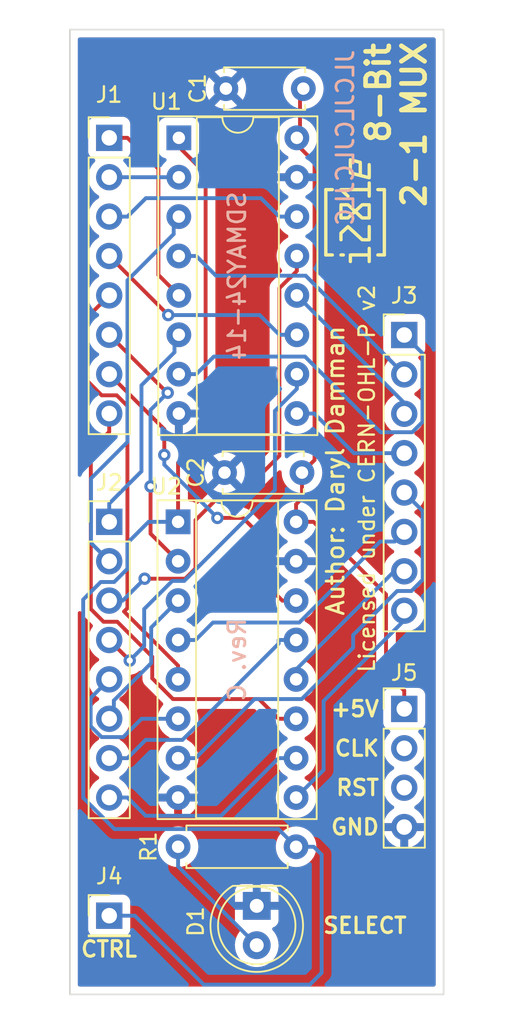
<source format=kicad_pcb>
(kicad_pcb (version 20211014) (generator pcbnew)
  (title_block (title "i281e MUX") (date "2024-05-04") (rev "C") (company "i281e Development Group") (comment 1 "Licensed under CERN-OHL-P v2") (comment 2 "Copyright i281e Development Group 2024"))
  (layers (0 "F.Cu" signal) (31 "B.Cu" signal) (34 "B.Paste" user) (35 "F.Paste" user) (36 "B.SilkS" user "B.Silkscreen") (37 "F.SilkS" user "F.Silkscreen") (38 "B.Mask" user) (39 "F.Mask" user) (44 "Edge.Cuts" user))
  (net 0 "")
  (net 1 "+5V")
  (net 2 "GND")
  (net 3 "Net-(D1-Pad2)")
  (net 4 "/A0")
  (net 5 "/A1")
  (net 6 "/A2")
  (net 7 "/A3")
  (net 8 "/A4")
  (net 9 "/A5")
  (net 10 "/A6")
  (net 11 "/A7")
  (net 12 "/B0")
  (net 13 "/B1")
  (net 14 "/B2")
  (net 15 "/B3")
  (net 16 "/B4")
  (net 17 "/B5")
  (net 18 "/B6")
  (net 19 "/B7")
  (net 20 "/O0")
  (net 21 "/O1")
  (net 22 "/O2")
  (net 23 "/O3")
  (net 24 "/O4")
  (net 25 "/O5")
  (net 26 "/O6")
  (net 27 "/O7")
  (net 28 "/SEL")
  (net 29 "/CLK")
  (net 30 "/RESET")
  (footprint "Symbol:i281e_logo" (layer "F.Cu") (at 159.385 63.754 90)
    (fp_text reference "G***" hide)
    (fp_text value "LOGO" hide)
  )
  (footprint "Capacitor_THT:C_Disc_D5.0mm_W2.5mm_P5.00mm" (layer "F.Cu") (at 155.956 80.645 180)
    (fp_text reference "C2" (at 6.858 0 90) (layer "F.SilkS") (effects (font (thickness 0.153))))
    (fp_text value "0.1 uF")
    (pad "1" thru_hole circle (at 0 0 180) (size 1.6 1.6) (drill 0.8) (layers *.Cu *.Mask) (net 1 "+5V"))
    (pad "2" thru_hole circle (at 5 0 180) (size 1.6 1.6) (drill 0.8) (layers *.Cu *.Mask) (net 2 "GND"))
  )
  (footprint "Resistor_THT:R_Axial_DIN0207_L6.3mm_D2.5mm_P7.62mm_Horizontal" (layer "F.Cu") (at 155.575 104.775 180)
    (fp_text reference "R1" (at 9.525 0 90) (layer "F.SilkS"))
    (fp_text value "330")
    (pad "1" thru_hole circle (at 0 0 180) (size 1.6 1.6) (drill 0.8) (layers *.Cu *.Mask) (net 28 "/SEL"))
    (pad "2" thru_hole oval (at 7.62 0 180) (size 1.6 1.6) (drill 0.8) (layers *.Cu *.Mask) (net 3 "Net-(D1-Pad2)"))
  )
  (footprint "Connector_PinHeader_2.54mm:PinHeader_1x01_P2.54mm_Vertical" (layer "F.Cu") (at 143.51 109.22)
    (fp_text reference "J4" (at 0 -2.54) (layer "F.SilkS"))
    (fp_text value "Generic Connector")
    (pad "1" thru_hole rect (at 0 0) (size 1.7 1.7) (drill 1) (layers *.Cu *.Mask) (net 28 "/SEL"))
  )
  (footprint "Package_DIP:DIP-16_W7.62mm_Socket" (layer "F.Cu") (at 148.005 59.055)
    (fp_text reference "U1" (at -0.812 -2.33) (layer "F.SilkS"))
    (fp_text value "74LS257")
    (pad "1" thru_hole rect (at 0 0) (size 1.6 1.6) (drill 0.8) (layers *.Cu *.Mask) (net 28 "/SEL"))
    (pad "2" thru_hole oval (at 0 2.54) (size 1.6 1.6) (drill 0.8) (layers *.Cu *.Mask) (net 5 "/A1"))
    (pad "3" thru_hole oval (at 0 5.08) (size 1.6 1.6) (drill 0.8) (layers *.Cu *.Mask) (net 13 "/B1"))
    (pad "4" thru_hole oval (at 0 7.62) (size 1.6 1.6) (drill 0.8) (layers *.Cu *.Mask) (net 21 "/O1"))
    (pad "5" thru_hole oval (at 0 10.16) (size 1.6 1.6) (drill 0.8) (layers *.Cu *.Mask) (net 4 "/A0"))
    (pad "6" thru_hole oval (at 0 12.7) (size 1.6 1.6) (drill 0.8) (layers *.Cu *.Mask) (net 12 "/B0"))
    (pad "7" thru_hole oval (at 0 15.24) (size 1.6 1.6) (drill 0.8) (layers *.Cu *.Mask) (net 20 "/O0"))
    (pad "8" thru_hole oval (at 0 17.78) (size 1.6 1.6) (drill 0.8) (layers *.Cu *.Mask) (net 2 "GND"))
    (pad "9" thru_hole oval (at 7.62 17.78) (size 1.6 1.6) (drill 0.8) (layers *.Cu *.Mask) (net 23 "/O3"))
    (pad "10" thru_hole oval (at 7.62 15.24) (size 1.6 1.6) (drill 0.8) (layers *.Cu *.Mask) (net 15 "/B3"))
    (pad "11" thru_hole oval (at 7.62 12.7) (size 1.6 1.6) (drill 0.8) (layers *.Cu *.Mask) (net 7 "/A3"))
    (pad "12" thru_hole oval (at 7.62 10.16) (size 1.6 1.6) (drill 0.8) (layers *.Cu *.Mask) (net 22 "/O2"))
    (pad "13" thru_hole oval (at 7.62 7.62) (size 1.6 1.6) (drill 0.8) (layers *.Cu *.Mask) (net 14 "/B2"))
    (pad "14" thru_hole oval (at 7.62 5.08) (size 1.6 1.6) (drill 0.8) (layers *.Cu *.Mask) (net 6 "/A2"))
    (pad "15" thru_hole oval (at 7.62 2.54) (size 1.6 1.6) (drill 0.8) (layers *.Cu *.Mask) (net 2 "GND"))
    (pad "16" thru_hole oval (at 7.62 0) (size 1.6 1.6) (drill 0.8) (layers *.Cu *.Mask) (net 1 "+5V"))
  )
  (footprint "Connector_PinHeader_2.54mm:PinHeader_1x04_P2.54mm_Vertical" (layer "F.Cu") (at 162.56 95.885)
    (fp_text reference "J5" (at 0 -2.33) (layer "F.SilkS"))
    (fp_text value "Conn_01x04_Male")
    (pad "1" thru_hole rect (at 0 0) (size 1.7 1.7) (drill 1) (layers *.Cu *.Mask) (net 1 "+5V"))
    (pad "2" thru_hole oval (at 0 2.54) (size 1.7 1.7) (drill 1) (layers *.Cu *.Mask) (net 29 "/CLK"))
    (pad "3" thru_hole oval (at 0 5.08) (size 1.7 1.7) (drill 1) (layers *.Cu *.Mask) (net 30 "/RESET"))
    (pad "4" thru_hole oval (at 0 7.62) (size 1.7 1.7) (drill 1) (layers *.Cu *.Mask) (net 2 "GND"))
  )
  (footprint "Capacitor_THT:C_Disc_D5.0mm_W2.5mm_P5.00mm" (layer "F.Cu") (at 156.043 55.88 180)
    (fp_text reference "C1" (at 6.818 0 90) (layer "F.SilkS"))
    (fp_text value "0.1 uF")
    (pad "1" thru_hole circle (at 0 0 180) (size 1.6 1.6) (drill 0.8) (layers *.Cu *.Mask) (net 1 "+5V"))
    (pad "2" thru_hole circle (at 5 0 180) (size 1.6 1.6) (drill 0.8) (layers *.Cu *.Mask) (net 2 "GND"))
  )
  (footprint "Package_DIP:DIP-16_W7.62mm_Socket" (layer "F.Cu") (at 147.955 83.82)
    (fp_text reference "U2" (at -0.762 -2.286) (layer "F.SilkS") (effects (font (thickness 0.153))))
    (fp_text value "74LS257")
    (pad "1" thru_hole rect (at 0 0) (size 1.6 1.6) (drill 0.8) (layers *.Cu *.Mask) (net 28 "/SEL"))
    (pad "2" thru_hole oval (at 0 2.54) (size 1.6 1.6) (drill 0.8) (layers *.Cu *.Mask) (net 9 "/A5"))
    (pad "3" thru_hole oval (at 0 5.08) (size 1.6 1.6) (drill 0.8) (layers *.Cu *.Mask) (net 17 "/B5"))
    (pad "4" thru_hole oval (at 0 7.62) (size 1.6 1.6) (drill 0.8) (layers *.Cu *.Mask) (net 25 "/O5"))
    (pad "5" thru_hole oval (at 0 10.16) (size 1.6 1.6) (drill 0.8) (layers *.Cu *.Mask) (net 8 "/A4"))
    (pad "6" thru_hole oval (at 0 12.7) (size 1.6 1.6) (drill 0.8) (layers *.Cu *.Mask) (net 16 "/B4"))
    (pad "7" thru_hole oval (at 0 15.24) (size 1.6 1.6) (drill 0.8) (layers *.Cu *.Mask) (net 24 "/O4"))
    (pad "8" thru_hole oval (at 0 17.78) (size 1.6 1.6) (drill 0.8) (layers *.Cu *.Mask) (net 2 "GND"))
    (pad "9" thru_hole oval (at 7.62 17.78) (size 1.6 1.6) (drill 0.8) (layers *.Cu *.Mask) (net 27 "/O7"))
    (pad "10" thru_hole oval (at 7.62 15.24) (size 1.6 1.6) (drill 0.8) (layers *.Cu *.Mask) (net 19 "/B7"))
    (pad "11" thru_hole oval (at 7.62 12.7) (size 1.6 1.6) (drill 0.8) (layers *.Cu *.Mask) (net 11 "/A7"))
    (pad "12" thru_hole oval (at 7.62 10.16) (size 1.6 1.6) (drill 0.8) (layers *.Cu *.Mask) (net 26 "/O6"))
    (pad "13" thru_hole oval (at 7.62 7.62) (size 1.6 1.6) (drill 0.8) (layers *.Cu *.Mask) (net 18 "/B6"))
    (pad "14" thru_hole oval (at 7.62 5.08) (size 1.6 1.6) (drill 0.8) (layers *.Cu *.Mask) (net 10 "/A6"))
    (pad "15" thru_hole oval (at 7.62 2.54) (size 1.6 1.6) (drill 0.8) (layers *.Cu *.Mask) (net 2 "GND"))
    (pad "16" thru_hole oval (at 7.62 0) (size 1.6 1.6) (drill 0.8) (layers *.Cu *.Mask) (net 1 "+5V"))
  )
  (footprint "Connector_PinHeader_2.54mm:PinHeader_1x08_P2.54mm_Vertical" (layer "F.Cu") (at 143.51 59.055)
    (fp_text reference "J1" (at -0.01 -2.784) (layer "F.SilkS"))
    (fp_text value "Conn_01x08_Male")
    (pad "1" thru_hole rect (at 0 0) (size 1.7 1.7) (drill 1) (layers *.Cu *.Mask) (net 4 "/A0"))
    (pad "2" thru_hole oval (at 0 2.54) (size 1.7 1.7) (drill 1) (layers *.Cu *.Mask) (net 5 "/A1"))
    (pad "3" thru_hole oval (at 0 5.08) (size 1.7 1.7) (drill 1) (layers *.Cu *.Mask) (net 6 "/A2"))
    (pad "4" thru_hole oval (at 0 7.62) (size 1.7 1.7) (drill 1) (layers *.Cu *.Mask) (net 7 "/A3"))
    (pad "5" thru_hole oval (at 0 10.16) (size 1.7 1.7) (drill 1) (layers *.Cu *.Mask) (net 8 "/A4"))
    (pad "6" thru_hole oval (at 0 12.7) (size 1.7 1.7) (drill 1) (layers *.Cu *.Mask) (net 9 "/A5"))
    (pad "7" thru_hole oval (at 0 15.24) (size 1.7 1.7) (drill 1) (layers *.Cu *.Mask) (net 10 "/A6"))
    (pad "8" thru_hole oval (at 0 17.78) (size 1.7 1.7) (drill 1) (layers *.Cu *.Mask) (net 11 "/A7"))
  )
  (footprint "Connector_PinHeader_2.54mm:PinHeader_1x08_P2.54mm_Vertical" (layer "F.Cu") (at 162.56 71.77)
    (fp_text reference "J3" (at 0 -2.54) (layer "F.SilkS") (effects (font (thickness 0.153))))
    (fp_text value "Conn_01x08_Male")
    (pad "1" thru_hole rect (at 0 0) (size 1.7 1.7) (drill 1) (layers *.Cu *.Mask) (net 20 "/O0"))
    (pad "2" thru_hole oval (at 0 2.54) (size 1.7 1.7) (drill 1) (layers *.Cu *.Mask) (net 21 "/O1"))
    (pad "3" thru_hole oval (at 0 5.08) (size 1.7 1.7) (drill 1) (layers *.Cu *.Mask) (net 22 "/O2"))
    (pad "4" thru_hole oval (at 0 7.62) (size 1.7 1.7) (drill 1) (layers *.Cu *.Mask) (net 23 "/O3"))
    (pad "5" thru_hole oval (at 0 10.16) (size 1.7 1.7) (drill 1) (layers *.Cu *.Mask) (net 24 "/O4"))
    (pad "6" thru_hole oval (at 0 12.7) (size 1.7 1.7) (drill 1) (layers *.Cu *.Mask) (net 25 "/O5"))
    (pad "7" thru_hole oval (at 0 15.24) (size 1.7 1.7) (drill 1) (layers *.Cu *.Mask) (net 26 "/O6"))
    (pad "8" thru_hole oval (at 0 17.78) (size 1.7 1.7) (drill 1) (layers *.Cu *.Mask) (net 27 "/O7"))
  )
  (footprint "Connector_PinHeader_2.54mm:PinHeader_1x08_P2.54mm_Vertical" (layer "F.Cu") (at 143.51 83.82)
    (fp_text reference "J2" (at 0 -2.53) (layer "F.SilkS") (effects (font (thickness 0.153))))
    (fp_text value "Conn_01x08_Male")
    (pad "1" thru_hole rect (at 0 0) (size 1.7 1.7) (drill 1) (layers *.Cu *.Mask) (net 12 "/B0"))
    (pad "2" thru_hole oval (at 0 2.54) (size 1.7 1.7) (drill 1) (layers *.Cu *.Mask) (net 13 "/B1"))
    (pad "3" thru_hole oval (at 0 5.08) (size 1.7 1.7) (drill 1) (layers *.Cu *.Mask) (net 14 "/B2"))
    (pad "4" thru_hole oval (at 0 7.62) (size 1.7 1.7) (drill 1) (layers *.Cu *.Mask) (net 15 "/B3"))
    (pad "5" thru_hole oval (at 0 10.16) (size 1.7 1.7) (drill 1) (layers *.Cu *.Mask) (net 16 "/B4"))
    (pad "6" thru_hole oval (at 0 12.7) (size 1.7 1.7) (drill 1) (layers *.Cu *.Mask) (net 17 "/B5"))
    (pad "7" thru_hole oval (at 0 15.24) (size 1.7 1.7) (drill 1) (layers *.Cu *.Mask) (net 18 "/B6"))
    (pad "8" thru_hole oval (at 0 17.78) (size 1.7 1.7) (drill 1) (layers *.Cu *.Mask) (net 19 "/B7"))
  )
  (footprint "LED_THT:LED_D5.0mm" (layer "F.Cu") (at 153.035 108.585 -90)
    (fp_text reference "D1" (at 1.016 3.937 90) (layer "F.SilkS"))
    (fp_text value "LED")
    (pad "1" thru_hole rect (at 0 0 270) (size 1.8 1.8) (drill 0.9) (layers *.Cu *.Mask) (net 2 "GND"))
    (pad "2" thru_hole circle (at 2.54 0 270) (size 1.8 1.8) (drill 0.9) (layers *.Cu *.Mask) (net 3 "Net-(D1-Pad2)"))
  )
  (gr_rect (start 140.97 52.07) (end 165.1 114.3) (layer "Edge.Cuts") (width 0.1) (fill none))
  (gr_text "Rev. C" (at 151.765 92.71 90) (layer "B.SilkS") (effects (font (size 1.1 1.1) (thickness 0.18)) (justify mirror)))
  (gr_text "SDMAY24-14" (at 151.765 67.955 90) (layer "B.SilkS") (effects (font (size 1.1 1.1) (thickness 0.18)) (justify mirror)))
  (gr_text "JLCJLCJLCJLC" (at 158.75 59.055 90) (layer "B.SilkS") (effects (font (size 1.1 1.1) (thickness 0.18)) (justify mirror)))
  (gr_text "GND" (at 161.036 103.505) (layer "F.SilkS") (effects (font (size 1 1) (thickness 0.2)) (justify right)))
  (gr_text "2-1 MUX" (at 163.195 52.705 90) (layer "F.SilkS") (effects (font (size 1.5 1.5) (thickness 0.3)) (justify right)))
  (gr_text "SELECT" (at 160.02 109.855) (layer "F.SilkS") (effects (font (size 1 1) (thickness 0.2))))
  (gr_text "+5V" (at 161.036 95.885) (layer "F.SilkS") (effects (font (size 1 1) (thickness 0.2)) (justify right)))
  (gr_text "CLK" (at 161.036 98.425) (layer "F.SilkS") (effects (font (size 1 1) (thickness 0.2)) (justify right)))
  (gr_text "RST" (at 161.036 100.965) (layer "F.SilkS") (effects (font (size 1 1) (thickness 0.2)) (justify right)))
  (gr_text "CTRL" (at 145.415 111.379) (layer "F.SilkS") (effects (font (size 1 1) (thickness 0.2)) (justify right)))
  (gr_text "8-Bit" (at 160.8836 52.7812 90) (layer "F.SilkS") (effects (font (size 1.5 1.5) (thickness 0.3)) (justify right)))
  (gr_text "Licensed under CERN-OHL-P v2" (at 160.147 81.026 90) (layer "F.SilkS") (effects (font (size 1 1))))
  (gr_text "Author: Daryl Damman" (at 158.115 80.518 90) (layer "F.SilkS") (effects (font (size 1.1 1.1) (thickness 0.18))))
  (segment (start 161.3831 88.5012) (end 156.7019 83.82) (width 0.25) (layer "F.Cu") (net 1))
  (segment (start 156.7676 79.8334) (end 156.7676 60.6286) (width 0.25) (layer "F.Cu") (net 1))
  (segment (start 155.829 58.851) (end 155.625 59.055) (width 0.25) (layer "F.Cu") (net 1))
  (segment (start 156.7019 83.82) (end 155.575 83.82) (width 0.25) (layer "F.Cu") (net 1))
  (segment (start 155.575 82.6931) (end 155.956 82.3121) (width 0.25) (layer "F.Cu") (net 1))
  (segment (start 156.7676 60.6286) (end 155.625 59.486) (width 0.25) (layer "F.Cu") (net 1))
  (segment (start 161.3831 93.5312) (end 161.3831 88.5012) (width 0.25) (layer "F.Cu") (net 1))
  (segment (start 155.956 82.3121) (end 155.956 80.645) (width 0.25) (layer "F.Cu") (net 1))
  (segment (start 155.625 59.486) (end 155.625 59.055) (width 0.25) (layer "F.Cu") (net 1))
  (segment (start 162.56 94.7081) (end 161.3831 93.5312) (width 0.25) (layer "F.Cu") (net 1))
  (segment (start 156.043 55.88) (end 155.829 56.094) (width 0.25) (layer "F.Cu") (net 1))
  (segment (start 155.829 56.094) (end 155.829 58.851) (width 0.25) (layer "F.Cu") (net 1))
  (segment (start 155.575 83.82) (end 155.575 82.6931) (width 0.25) (layer "F.Cu") (net 1))
  (segment (start 162.56 95.885) (end 162.56 94.7081) (width 0.25) (layer "F.Cu") (net 1))
  (segment (start 155.956 80.645) (end 156.7676 79.8334) (width 0.25) (layer "F.Cu") (net 1))
  (segment (start 147.955 106.045) (end 147.955 104.775) (width 0.25) (layer "B.Cu") (net 3))
  (segment (start 153.035 111.125) (end 147.955 106.045) (width 0.25) (layer "B.Cu") (net 3))
  (segment (start 146.685 67.895) (end 148.005 69.215) (width 0.25) (layer "F.Cu") (net 4))
  (segment (start 144.6869 59.055) (end 146.685 61.0531) (width 0.25) (layer "F.Cu") (net 4))
  (segment (start 143.51 59.055) (end 144.6869 59.055) (width 0.25) (layer "F.Cu") (net 4))
  (segment (start 146.685 61.0531) (end 146.685 67.895) (width 0.25) (layer "F.Cu") (net 4))
  (segment (start 143.51 61.595) (end 148.005 61.595) (width 0.25) (layer "B.Cu") (net 5))
  (segment (start 143.51 64.135) (end 144.6869 64.135) (width 0.25) (layer "B.Cu") (net 6))
  (segment (start 155.625 64.135) (end 154.4981 64.135) (width 0.25) (layer "B.Cu") (net 6))
  (segment (start 145.8775 62.9444) (end 153.3075 62.9444) (width 0.25) (layer "B.Cu") (net 6))
  (segment (start 144.6869 64.135) (end 145.8775 62.9444) (width 0.25) (layer "B.Cu") (net 6))
  (segment (start 153.3075 62.9444) (end 154.4981 64.135) (width 0.25) (layer "B.Cu") (net 6))
  (segment (start 147.32 70.485) (end 143.51 66.675) (width 0.25) (layer "F.Cu") (net 7))
  (via (at 147.32 70.485) (size 0.8) (drill 0.4) (layers "F.Cu" "B.Cu") (net 7))
  (segment (start 153.2281 70.485) (end 154.4981 71.755) (width 0.25) (layer "B.Cu") (net 7))
  (segment (start 154.4981 71.755) (end 155.625 71.755) (width 0.25) (layer "B.Cu") (net 7))
  (segment (start 147.32 70.485) (end 153.2281 70.485) (width 0.25) (layer "B.Cu") (net 7))
  (segment (start 147.955 93.091) (end 144.467505 89.603505) (width 0.25) (layer "F.Cu") (net 8))
  (segment (start 142.113 74.749988) (end 142.113 70.612) (width 0.25) (layer "F.Cu") (net 8))
  (segment (start 144.684511 89.386499) (end 144.684511 76.348501) (width 0.25) (layer "F.Cu") (net 8))
  (segment (start 147.955 93.98) (end 147.955 93.091) (width 0.25) (layer "F.Cu") (net 8))
  (segment (start 143.996499 75.660489) (end 143.023501 75.660489) (width 0.25) (layer "F.Cu") (net 8))
  (segment (start 142.113 70.612) (end 143.51 69.215) (width 0.25) (layer "F.Cu") (net 8))
  (segment (start 144.684511 76.348501) (end 143.996499 75.660489) (width 0.25) (layer "F.Cu") (net 8))
  (segment (start 143.023501 75.660489) (end 142.113 74.749988) (width 0.25) (layer "F.Cu") (net 8))
  (segment (start 144.467505 89.603505) (end 144.684511 89.386499) (width 0.25) (layer "F.Cu") (net 8))
  (segment (start 147.250434 75.495434) (end 143.51 71.755) (width 0.25) (layer "F.Cu") (net 9))
  (segment (start 146.177 81.534) (end 146.177 84.582) (width 0.25) (layer "F.Cu") (net 9))
  (segment (start 147.28558 75.495434) (end 147.250434 75.495434) (width 0.25) (layer "F.Cu") (net 9))
  (segment (start 146.177 84.582) (end 147.955 86.36) (width 0.25) (layer "F.Cu") (net 9))
  (via (at 147.28558 75.495434) (size 0.8) (drill 0.4) (layers "F.Cu" "B.Cu") (net 9))
  (via (at 146.177 81.534) (size 0.8) (drill 0.4) (layers "F.Cu" "B.Cu") (net 9))
  (segment (start 147.28558 75.495434) (end 146.177 76.604014) (width 0.25) (layer "B.Cu") (net 9))
  (segment (start 146.177 76.604014) (end 146.177 81.534) (width 0.25) (layer "B.Cu") (net 9))
  (segment (start 150.495 83.566) (end 152.146 83.566) (width 0.25) (layer "F.Cu") (net 10))
  (segment (start 147.066 77.851) (end 143.51 74.295) (width 0.25) (layer "F.Cu") (net 10))
  (segment (start 154.686 88.9) (end 155.575 88.9) (width 0.25) (layer "F.Cu") (net 10))
  (segment (start 147.066 79.502) (end 147.066 77.851) (width 0.25) (layer "F.Cu") (net 10))
  (segment (start 152.781 84.201) (end 152.781 86.995) (width 0.25) (layer "F.Cu") (net 10))
  (segment (start 152.146 83.566) (end 152.781 84.201) (width 0.25) (layer "F.Cu") (net 10))
  (segment (start 152.781 86.995) (end 154.686 88.9) (width 0.25) (layer "F.Cu") (net 10))
  (via (at 150.495 83.566) (size 0.8) (drill 0.4) (layers "F.Cu" "B.Cu") (net 10))
  (via (at 147.066 79.502) (size 0.8) (drill 0.4) (layers "F.Cu" "B.Cu") (net 10))
  (segment (start 147.066 79.502) (end 147.066 80.137) (width 0.25) (layer "B.Cu") (net 10))
  (segment (start 147.066 80.137) (end 150.495 83.566) (width 0.25) (layer "B.Cu") (net 10))
  (segment (start 142.3208 89.4429) (end 143.141 90.2631) (width 0.25) (layer "F.Cu") (net 11))
  (segment (start 153.1781 95.25) (end 154.4481 96.52) (width 0.25) (layer "F.Cu") (net 11))
  (segment (start 143.141 90.2631) (end 144.0296 90.2631) (width 0.25) (layer "F.Cu") (net 11))
  (segment (start 155.575 96.52) (end 154.4481 96.52) (width 0.25) (layer "F.Cu") (net 11))
  (segment (start 143.51 76.835) (end 143.51 78.0119) (width 0.25) (layer "F.Cu") (net 11))
  (segment (start 144.0296 90.2631) (end 146.2872 92.5207) (width 0.25) (layer "F.Cu") (net 11))
  (segment (start 143.51 78.0119) (end 142.3208 79.2011) (width 0.25) (layer "F.Cu") (net 11))
  (segment (start 146.2872 93.9107) (end 147.6265 95.25) (width 0.25) (layer "F.Cu") (net 11))
  (segment (start 147.6265 95.25) (end 153.1781 95.25) (width 0.25) (layer "F.Cu") (net 11))
  (segment (start 146.2872 92.5207) (end 146.2872 93.9107) (width 0.25) (layer "F.Cu") (net 11))
  (segment (start 142.3208 79.2011) (end 142.3208 89.4429) (width 0.25) (layer "F.Cu") (net 11))
  (segment (start 147.7232 72.8819) (end 147.7232 72.0368) (width 0.25) (layer "B.Cu") (net 12))
  (segment (start 145.5907 80.5624) (end 145.5907 75.0144) (width 0.25) (layer "B.Cu") (net 12))
  (segment (start 147.7232 72.0368) (end 148.005 71.755) (width 0.25) (layer "B.Cu") (net 12))
  (segment (start 145.5907 75.0144) (end 147.7232 72.8819) (width 0.25) (layer "B.Cu") (net 12))
  (segment (start 143.51 83.82) (end 143.51 82.6431) (width 0.25) (layer "B.Cu") (net 12))
  (segment (start 143.51 82.6431) (end 145.5907 80.5624) (width 0.25) (layer "B.Cu") (net 12))
  (segment (start 142.3331 81.0216) (end 142.3331 85.1831) (width 0.25) (layer "B.Cu") (net 13))
  (segment (start 142.3331 85.1831) (end 143.51 86.36) (width 0.25) (layer "B.Cu") (net 13))
  (segment (start 147.6719 64.4681) (end 148.005 64.135) (width 0.25) (layer "B.Cu") (net 13))
  (segment (start 147.6719 65.2619) (end 147.6719 64.4681) (width 0.25) (layer "B.Cu") (net 13))
  (segment (start 144.687 78.6677) (end 142.3331 81.0216) (width 0.25) (layer "B.Cu") (net 13))
  (segment (start 147.6719 65.2619) (end 144.687 68.2468) (width 0.25) (layer "B.Cu") (net 13))
  (segment (start 144.687 68.2468) (end 144.687 78.6677) (width 0.25) (layer "B.Cu") (net 13))
  (segment (start 155.625 67.641) (end 155.625 66.675) (width 0.25) (layer "F.Cu") (net 14))
  (segment (start 151.765 82.296) (end 154.4981 79.5629) (width 0.25) (layer "F.Cu") (net 14))
  (segment (start 149.079511 86.825789) (end 149.079511 83.711489) (width 0.25) (layer "F.Cu") (net 14))
  (segment (start 145.796 87.4869) (end 148.4184 87.4869) (width 0.25) (layer "F.Cu") (net 14))
  (segment (start 155.175511 68.090489) (end 155.625 67.641) (width 0.25) (layer "F.Cu") (net 14))
  (segment (start 154.4981 68.7516) (end 155.159211 68.090489) (width 0.25) (layer "F.Cu") (net 14))
  (segment (start 149.079511 83.711489) (end 150.495 82.296) (width 0.25) (layer "F.Cu") (net 14))
  (segment (start 150.495 82.296) (end 151.765 82.296) (width 0.25) (layer "F.Cu") (net 14))
  (segment (start 154.4981 79.5629) (end 154.4981 68.7516) (width 0.25) (layer "F.Cu") (net 14))
  (segment (start 155.159211 68.090489) (end 155.175511 68.090489) (width 0.25) (layer "F.Cu") (net 14))
  (segment (start 148.4184 87.4869) (end 149.079511 86.825789) (width 0.25) (layer "F.Cu") (net 14))
  (via (at 145.796 87.4869) (size 0.8) (drill 0.4) (layers "F.Cu" "B.Cu") (net 14))
  (segment (start 145.796 87.4869) (end 144.3829 88.9) (width 0.25) (layer "B.Cu") (net 14))
  (segment (start 144.3829 88.9) (end 143.51 88.9) (width 0.25) (layer "B.Cu") (net 14))
  (segment (start 144.833856 92.763856) (end 143.51 91.44) (width 0.25) (layer "F.Cu") (net 15))
  (via (at 144.833856 92.763856) (size 0.8) (drill 0.4) (layers "F.Cu" "B.Cu") (net 15))
  (segment (start 148.3512 87.63) (end 154.2104 81.7708) (width 0.25) (layer "B.Cu") (net 15))
  (segment (start 154.2104 81.7708) (end 154.2104 76.6593) (width 0.25) (layer "B.Cu") (net 15))
  (segment (start 155.625 75.2447) (end 155.625 74.295) (width 0.25) (layer "B.Cu") (net 15))
  (segment (start 147.5821 87.63) (end 148.3512 87.63) (width 0.25) (layer "B.Cu") (net 15))
  (segment (start 145.7678 91.829912) (end 145.7678 89.4443) (width 0.25) (layer "B.Cu") (net 15))
  (segment (start 144.833856 92.763856) (end 145.7678 91.829912) (width 0.25) (layer "B.Cu") (net 15))
  (segment (start 154.2104 76.6593) (end 155.625 75.2447) (width 0.25) (layer "B.Cu") (net 15))
  (segment (start 145.7678 89.4443) (end 147.5821 87.63) (width 0.25) (layer "B.Cu") (net 15))
  (segment (start 142.3088 96.9968) (end 142.3088 95.1812) (width 0.25) (layer "B.Cu") (net 16))
  (segment (start 147.955 96.52) (end 145.5981 96.52) (width 0.25) (layer "B.Cu") (net 16))
  (segment (start 142.3088 95.1812) (end 143.51 93.98) (width 0.25) (layer "B.Cu") (net 16))
  (segment (start 143.0127 97.7007) (end 142.3088 96.9968) (width 0.25) (layer "B.Cu") (net 16))
  (segment (start 144.4174 97.7007) (end 143.0127 97.7007) (width 0.25) (layer "B.Cu") (net 16))
  (segment (start 145.5981 96.52) (end 144.4174 97.7007) (width 0.25) (layer "B.Cu") (net 16))
  (segment (start 146.2197 92.93131) (end 146.2197 90.6353) (width 0.25) (layer "B.Cu") (net 17))
  (segment (start 143.80791 95.3431) (end 146.2197 92.93131) (width 0.25) (layer "B.Cu") (net 17))
  (segment (start 146.2197 90.6353) (end 147.955 88.9) (width 0.25) (layer "B.Cu") (net 17))
  (segment (start 143.80791 95.3431) (end 143.80791 96.22209) (width 0.25) (layer "B.Cu") (net 17))
  (segment (start 143.80791 96.22209) (end 143.51 96.52) (width 0.25) (layer "B.Cu") (net 17))
  (segment (start 155.575 91.44) (end 154.4481 91.44) (width 0.25) (layer "B.Cu") (net 18))
  (segment (start 143.51 99.06) (end 144.6869 99.06) (width 0.25) (layer "B.Cu") (net 18))
  (segment (start 148.2385 97.8831) (end 154.4481 91.6735) (width 0.25) (layer "B.Cu") (net 18))
  (segment (start 154.4481 91.6735) (end 154.4481 91.44) (width 0.25) (layer "B.Cu") (net 18))
  (segment (start 145.8638 97.8831) (end 148.2385 97.8831) (width 0.25) (layer "B.Cu") (net 18))
  (segment (start 144.6869 99.06) (end 145.8638 97.8831) (width 0.25) (layer "B.Cu") (net 18))
  (segment (start 154.4481 99.06) (end 150.7313 102.7768) (width 0.25) (layer "B.Cu") (net 19))
  (segment (start 147.4689 102.7768) (end 147.4674 102.7753) (width 0.25) (layer "B.Cu") (net 19))
  (segment (start 147.4674 102.7753) (end 145.8622 102.7753) (width 0.25) (layer "B.Cu") (net 19))
  (segment (start 143.51 101.6) (end 144.6869 101.6) (width 0.25) (layer "B.Cu") (net 19))
  (segment (start 155.575 99.06) (end 154.4481 99.06) (width 0.25) (layer "B.Cu") (net 19))
  (segment (start 150.7313 102.7768) (end 147.4689 102.7768) (width 0.25) (layer "B.Cu") (net 19))
  (segment (start 145.8622 102.7753) (end 144.6869 101.6) (width 0.25) (layer "B.Cu") (net 19))
  (segment (start 150.2656 73.1613) (end 156.1522 73.1613) (width 0.25) (layer "B.Cu") (net 20))
  (segment (start 163.7369 77.3796) (end 163.7369 72.9469) (width 0.25) (layer "B.Cu") (net 20))
  (segment (start 149.1319 74.295) (end 150.2656 73.1613) (width 0.25) (layer "B.Cu") (net 20))
  (segment (start 163.7369 72.9469) (end 162.56 71.77) (width 0.25) (layer "B.Cu") (net 20))
  (segment (start 156.1522 73.1613) (end 161.0311 78.0402) (width 0.25) (layer "B.Cu") (net 20))
  (segment (start 148.005 74.295) (end 149.1319 74.295) (width 0.25) (layer "B.Cu") (net 20))
  (segment (start 161.0311 78.0402) (end 163.0763 78.0402) (width 0.25) (layer "B.Cu") (net 20))
  (segment (start 163.0763 78.0402) (end 163.7369 77.3796) (width 0.25) (layer "B.Cu") (net 20))
  (segment (start 148.005 66.675) (end 149.1319 66.675) (width 0.25) (layer "B.Cu") (net 21))
  (segment (start 150.4019 67.945) (end 149.1319 66.675) (width 0.25) (layer "B.Cu") (net 21))
  (segment (start 156.195 67.945) (end 150.4019 67.945) (width 0.25) (layer "B.Cu") (net 21))
  (segment (start 162.56 74.31) (end 156.195 67.945) (width 0.25) (layer "B.Cu") (net 21))
  (segment (start 162.56 76.15) (end 155.625 69.215) (width 0.25) (layer "B.Cu") (net 22))
  (segment (start 162.56 76.85) (end 162.56 76.15) (width 0.25) (layer "B.Cu") (net 22))
  (segment (start 155.625 76.835) (end 156.7519 76.835) (width 0.25) (layer "B.Cu") (net 23))
  (segment (start 159.3069 79.39) (end 156.7519 76.835) (width 0.25) (layer "B.Cu") (net 23))
  (segment (start 162.56 79.39) (end 159.3069 79.39) (width 0.25) (layer "B.Cu") (net 23))
  (segment (start 163.0221 88.28) (end 163.7492 87.5529) (width 0.25) (layer "B.Cu") (net 24))
  (segment (start 149.0819 99.06) (end 152.8919 95.25) (width 0.25) (layer "B.Cu") (net 24))
  (segment (start 163.7492 87.5529) (end 163.7492 83.1192) (width 0.25) (layer "B.Cu") (net 24))
  (segment (start 159.258 91.9323) (end 159.258 91.123) (width 0.25) (layer "B.Cu") (net 24))
  (segment (start 159.258 91.123) (end 162.101 88.28) (width 0.25) (layer "B.Cu") (net 24))
  (segment (start 163.7492 83.1192) (end 162.56 81.93) (width 0.25) (layer "B.Cu") (net 24))
  (segment (start 147.955 99.06) (end 149.0819 99.06) (width 0.25) (layer "B.Cu") (net 24))
  (segment (start 162.101 88.28) (end 163.0221 88.28) (width 0.25) (layer "B.Cu") (net 24))
  (segment (start 155.9403 95.25) (end 159.258 91.9323) (width 0.25) (layer "B.Cu") (net 24))
  (segment (start 152.8919 95.25) (end 155.9403 95.25) (width 0.25) (layer "B.Cu") (net 24))
  (segment (start 155.7838 90.3131) (end 161.0069 85.09) (width 0.25) (layer "B.Cu") (net 25))
  (segment (start 149.0819 91.44) (end 150.2088 90.3131) (width 0.25) (layer "B.Cu") (net 25))
  (segment (start 150.2088 90.3131) (end 155.7838 90.3131) (width 0.25) (layer "B.Cu") (net 25))
  (segment (start 161.94 85.09) (end 162.56 84.47) (width 0.25) (layer "B.Cu") (net 25))
  (segment (start 147.955 91.44) (end 149.0819 91.44) (width 0.25) (layer "B.Cu") (net 25))
  (segment (start 161.0069 85.09) (end 161.94 85.09) (width 0.25) (layer "B.Cu") (net 25))
  (segment (start 161.91 87.01) (end 162.56 87.01) (width 0.25) (layer "B.Cu") (net 26))
  (segment (start 155.575 93.98) (end 155.575 93.345) (width 0.25) (layer "B.Cu") (net 26))
  (segment (start 155.575 93.345) (end 161.91 87.01) (width 0.25) (layer "B.Cu") (net 26))
  (segment (start 157.353 95.377) (end 157.353 99.822) (width 0.25) (layer "B.Cu") (net 27))
  (segment (start 157.353 99.822) (end 155.575 101.6) (width 0.25) (layer "B.Cu") (net 27))
  (segment (start 162.56 90.17) (end 157.353 95.377) (width 0.25) (layer "B.Cu") (net 27))
  (segment (start 162.56 89.55) (end 162.56 90.17) (width 0.25) (layer "B.Cu") (net 27))
  (segment (start 149.733 78.232) (end 149.733 61.35985) (width 0.25) (layer "F.Cu") (net 28))
  (segment (start 149.733 61.35985) (end 148.005 59.63185) (width 0.25) (layer "F.Cu") (net 28))
  (segment (start 148.005 59.63185) (end 148.005 59.055) (width 0.25) (layer "F.Cu") (net 28))
  (segment (start 147.955 83.82) (end 147.955 80.01) (width 0.25) (layer "F.Cu") (net 28))
  (segment (start 147.955 80.01) (end 149.733 78.232) (width 0.25) (layer "F.Cu") (net 28))
  (segment (start 157.226 112.903) (end 157.226 105.283) (width 0.25) (layer "B.Cu") (net 28))
  (segment (start 142.9607 87.7) (end 141.8292 88.8315) (width 0.25) (layer "B.Cu") (net 28))
  (segment (start 157.226 105.283) (end 156.718 104.775) (width 0.25) (layer "B.Cu") (net 28))
  (segment (start 144.684511 85.185489) (end 144.684511 86.846499) (width 0.25) (layer "B.Cu") (net 28))
  (segment (start 145.161 109.22) (end 149.606 113.665) (width 0.25) (layer "B.Cu") (net 28))
  (segment (start 143.51 109.22) (end 145.161 109.22) (width 0.25) (layer "B.Cu") (net 28))
  (segment (start 143.83101 87.7) (end 142.9607 87.7) (width 0.25) (layer "B.Cu") (net 28))
  (segment (start 143.8452 103.6328) (end 154.4328 103.6328) (width 0.25) (layer "B.Cu") (net 28))
  (segment (start 144.684511 86.846499) (end 143.83101 87.7) (width 0.25) (layer "B.Cu") (net 28))
  (segment (start 156.718 104.775) (end 155.575 104.775) (width 0.25) (layer "B.Cu") (net 28))
  (segment (start 147.955 83.82) (end 146.05 83.82) (width 0.25) (layer "B.Cu") (net 28))
  (segment (start 141.8292 88.8315) (end 141.8292 101.6168) (width 0.25) (layer "B.Cu") (net 28))
  (segment (start 146.05 83.82) (end 144.684511 85.185489) (width 0.25) (layer "B.Cu") (net 28))
  (segment (start 154.4328 103.6328) (end 155.575 104.775) (width 0.25) (layer "B.Cu") (net 28))
  (segment (start 156.464 113.665) (end 157.226 112.903) (width 0.25) (layer "B.Cu") (net 28))
  (segment (start 141.8292 101.6168) (end 143.8452 103.6328) (width 0.25) (layer "B.Cu") (net 28))
  (segment (start 149.606 113.665) (end 156.464 113.665) (width 0.25) (layer "B.Cu") (net 28))
  (zone (net 2) (net_name "GND") (layers F&B.Cu) (connect_pads (clearance 0.508)) (min_thickness 0.254) (fill yes (thermal_gap 0.508) (thermal_bridge_width 0.508))
    (polygon (pts (xy 167.005 116.205) (xy 139.065 116.205) (xy 139.065 50.165) (xy 167.005 50.165)))
  )
)
</source>
